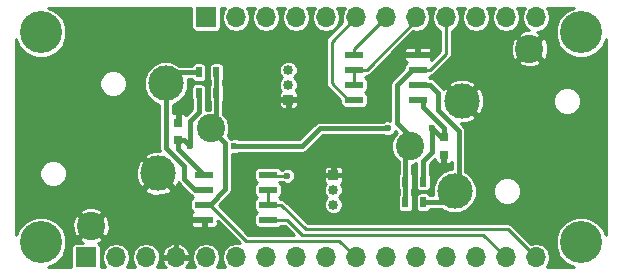
<source format=gbr>
G04 #@! TF.FileFunction,Copper,L2,Bot,Signal*
%FSLAX46Y46*%
G04 Gerber Fmt 4.6, Leading zero omitted, Abs format (unit mm)*
G04 Created by KiCad (PCBNEW 4.0.7) date Wed Jun 13 11:36:42 2018*
%MOMM*%
%LPD*%
G01*
G04 APERTURE LIST*
%ADD10C,0.100000*%
%ADD11R,0.750000X0.800000*%
%ADD12R,1.700000X1.700000*%
%ADD13O,1.700000X1.700000*%
%ADD14R,0.850000X0.850000*%
%ADD15C,0.850000*%
%ADD16C,3.556000*%
%ADD17R,0.500000X0.900000*%
%ADD18R,1.550000X0.600000*%
%ADD19C,3.000000*%
%ADD20C,2.400000*%
%ADD21C,0.600000*%
%ADD22C,0.400000*%
%ADD23C,0.250000*%
G04 APERTURE END LIST*
D10*
D11*
X14150000Y12680000D03*
X14150000Y11180000D03*
X36650000Y9930000D03*
X36650000Y11430000D03*
D12*
X6350000Y1270000D03*
D13*
X8890000Y1270000D03*
X11430000Y1270000D03*
X13970000Y1270000D03*
X16510000Y1270000D03*
X19050000Y1270000D03*
X21590000Y1270000D03*
X24130000Y1270000D03*
X26670000Y1270000D03*
X29210000Y1270000D03*
X31750000Y1270000D03*
X34290000Y1270000D03*
X36830000Y1270000D03*
X39370000Y1270000D03*
X41910000Y1270000D03*
X44450000Y1270000D03*
D12*
X16510000Y21590000D03*
D13*
X19050000Y21590000D03*
X21590000Y21590000D03*
X24130000Y21590000D03*
X26670000Y21590000D03*
X29210000Y21590000D03*
X31750000Y21590000D03*
X34290000Y21590000D03*
X36830000Y21590000D03*
X39370000Y21590000D03*
X41910000Y21590000D03*
X44450000Y21590000D03*
D14*
X23495000Y14625000D03*
D15*
X23495000Y15875000D03*
X23495000Y17125000D03*
D14*
X27305000Y8235000D03*
D15*
X27305000Y6985000D03*
X27305000Y5735000D03*
D16*
X2540000Y20320000D03*
X48260000Y20320000D03*
X2540000Y2540000D03*
X48260000Y2540000D03*
D17*
X15900000Y15180000D03*
X17400000Y15180000D03*
X17400000Y16930000D03*
X15900000Y16930000D03*
X34900000Y7680000D03*
X33400000Y7680000D03*
X33400000Y5930000D03*
X34900000Y5930000D03*
D18*
X21750000Y8255000D03*
X21750000Y6985000D03*
X21750000Y5715000D03*
X21750000Y4445000D03*
X16350000Y4445000D03*
X16350000Y5715000D03*
X16350000Y6985000D03*
X16350000Y8255000D03*
X29050000Y14605000D03*
X29050000Y15875000D03*
X29050000Y17145000D03*
X29050000Y18415000D03*
X34450000Y18415000D03*
X34450000Y17145000D03*
X34450000Y15875000D03*
X34450000Y14605000D03*
D19*
X38200000Y14490000D03*
X37565000Y6870000D03*
D20*
X33755000Y10680000D03*
X43900000Y18930000D03*
D19*
X12475000Y8370000D03*
X13110000Y15990000D03*
D20*
X16920000Y12180000D03*
X6775000Y3930000D03*
D21*
X36650000Y8930000D03*
X14150000Y13680000D03*
X14650000Y4430000D03*
X35900000Y18930000D03*
X31900000Y12180000D03*
X18900000Y10680000D03*
X15150000Y10680000D03*
X35650000Y12180000D03*
X23400000Y8180000D03*
D22*
X36650000Y9930000D02*
X36650000Y8930000D01*
X14150000Y12680000D02*
X14150000Y13680000D01*
D23*
X16350000Y4445000D02*
X14665000Y4445000D01*
X14665000Y4445000D02*
X14650000Y4430000D01*
X34450000Y18415000D02*
X35385000Y18415000D01*
X35385000Y18415000D02*
X35900000Y18930000D01*
D22*
X34900000Y9430000D02*
X34900000Y7680000D01*
X36650000Y11430000D02*
X36400000Y11430000D01*
X36400000Y11430000D02*
X35650000Y12180000D01*
X36650000Y12230000D02*
X34925000Y13955000D01*
X34925000Y13955000D02*
X34925000Y14605000D01*
X36650000Y11430000D02*
X36650000Y12230000D01*
X15150000Y10680000D02*
X15150000Y12830000D01*
X15150000Y12830000D02*
X15900000Y13580000D01*
X15900000Y13580000D02*
X15900000Y15180000D01*
X14150000Y11180000D02*
X14650000Y11180000D01*
X14650000Y11180000D02*
X15150000Y10680000D01*
X14150000Y11180000D02*
X14150000Y10455000D01*
X14150000Y10455000D02*
X16350000Y8255000D01*
X31650000Y12180000D02*
X31900000Y12180000D01*
X26150000Y12180000D02*
X31650000Y12180000D01*
X24650000Y10680000D02*
X26150000Y12180000D01*
X18900000Y10680000D02*
X24650000Y10680000D01*
X35650000Y10180000D02*
X34900000Y9430000D01*
X35650000Y12180000D02*
X35650000Y10180000D01*
D23*
X34450000Y14605000D02*
X34925000Y14605000D01*
D22*
X17400000Y16930000D02*
X17400000Y15180000D01*
X17400000Y15180000D02*
X17400000Y12660000D01*
X17400000Y12660000D02*
X16920000Y12180000D01*
X16825000Y5715000D02*
X18119999Y7009999D01*
X18119999Y7009999D02*
X18119999Y10980001D01*
X18119999Y10980001D02*
X16920000Y12180000D01*
D23*
X19860000Y2680000D02*
X16825000Y5715000D01*
X29210000Y1270000D02*
X27800000Y2680000D01*
X27800000Y2680000D02*
X19860000Y2680000D01*
D22*
X16350000Y5715000D02*
X16825000Y5715000D01*
D23*
X23400000Y8180000D02*
X21825000Y8180000D01*
X21825000Y8180000D02*
X21750000Y8255000D01*
X41910000Y1270000D02*
X40000000Y3180000D01*
X40000000Y3180000D02*
X24650000Y3180000D01*
X24650000Y3180000D02*
X23385000Y4445000D01*
X23385000Y4445000D02*
X21750000Y4445000D01*
X44450000Y1270000D02*
X42089989Y3630011D01*
X42089989Y3630011D02*
X24949989Y3630011D01*
X24949989Y3630011D02*
X22865000Y5715000D01*
X22865000Y5715000D02*
X22775000Y5715000D01*
X22775000Y5715000D02*
X21750000Y5715000D01*
X21750000Y6985000D02*
X21750000Y5715000D01*
X29210000Y21590000D02*
X27150000Y19530000D01*
X27150000Y19530000D02*
X27150000Y16030000D01*
X27150000Y16030000D02*
X28575000Y14605000D01*
X28575000Y14605000D02*
X29050000Y14605000D01*
X31750000Y21590000D02*
X29050000Y18890000D01*
X29050000Y18890000D02*
X29050000Y18415000D01*
X29050000Y15875000D02*
X29050000Y17145000D01*
X34290000Y21590000D02*
X34290000Y21320000D01*
X34290000Y21320000D02*
X30115000Y17145000D01*
X30115000Y17145000D02*
X29050000Y17145000D01*
D22*
X33400000Y7680000D02*
X33400000Y10325000D01*
X33400000Y10325000D02*
X33755000Y10680000D01*
X33400000Y5930000D02*
X33400000Y7680000D01*
X33400000Y10950000D02*
X33880000Y11430000D01*
D23*
X34450000Y17145000D02*
X35475000Y17145000D01*
X35475000Y17145000D02*
X36830000Y18500000D01*
X36830000Y18500000D02*
X36830000Y20387919D01*
X36830000Y20387919D02*
X36830000Y21590000D01*
D22*
X34450000Y17145000D02*
X33975000Y17145000D01*
X33975000Y17145000D02*
X32680001Y15850001D01*
X32680001Y15850001D02*
X32680001Y12629999D01*
X32680001Y12629999D02*
X33880000Y11430000D01*
X15900000Y16930000D02*
X14050000Y16930000D01*
X14050000Y16930000D02*
X13110000Y15990000D01*
X16350000Y6985000D02*
X15595000Y6985000D01*
X15595000Y6985000D02*
X14650000Y7930000D01*
X14650000Y7930000D02*
X14650000Y9007002D01*
X14650000Y9007002D02*
X13110000Y10547002D01*
X13110000Y10547002D02*
X13110000Y15990000D01*
X13300000Y16180000D02*
X13110000Y15990000D01*
X34450000Y15875000D02*
X35455000Y15875000D01*
X35455000Y15875000D02*
X36150000Y15180000D01*
X37900000Y7205000D02*
X37565000Y6870000D01*
X36150000Y15180000D02*
X36150000Y13727998D01*
X36150000Y13727998D02*
X37900000Y11977998D01*
X37900000Y11977998D02*
X37900000Y7205000D01*
X34900000Y5930000D02*
X36625000Y5930000D01*
X36625000Y5930000D02*
X37565000Y6870000D01*
D23*
G36*
X15277654Y20740000D02*
X15303802Y20601034D01*
X15385931Y20473401D01*
X15511246Y20387777D01*
X15660000Y20357654D01*
X17360000Y20357654D01*
X17498966Y20383802D01*
X17626599Y20465931D01*
X17712223Y20591246D01*
X17742346Y20740000D01*
X17742346Y22410000D01*
X18136885Y22410000D01*
X17918248Y22082786D01*
X17825000Y21613999D01*
X17825000Y21566001D01*
X17918248Y21097214D01*
X18183794Y20699795D01*
X18581213Y20434249D01*
X19050000Y20341001D01*
X19518787Y20434249D01*
X19916206Y20699795D01*
X20181752Y21097214D01*
X20275000Y21566001D01*
X20275000Y21613999D01*
X20181752Y22082786D01*
X19963115Y22410000D01*
X20676885Y22410000D01*
X20458248Y22082786D01*
X20365000Y21613999D01*
X20365000Y21566001D01*
X20458248Y21097214D01*
X20723794Y20699795D01*
X21121213Y20434249D01*
X21590000Y20341001D01*
X22058787Y20434249D01*
X22456206Y20699795D01*
X22721752Y21097214D01*
X22815000Y21566001D01*
X22815000Y21613999D01*
X22721752Y22082786D01*
X22503115Y22410000D01*
X23216885Y22410000D01*
X22998248Y22082786D01*
X22905000Y21613999D01*
X22905000Y21566001D01*
X22998248Y21097214D01*
X23263794Y20699795D01*
X23661213Y20434249D01*
X24130000Y20341001D01*
X24598787Y20434249D01*
X24996206Y20699795D01*
X25261752Y21097214D01*
X25355000Y21566001D01*
X25355000Y21613999D01*
X25261752Y22082786D01*
X25043115Y22410000D01*
X25756885Y22410000D01*
X25538248Y22082786D01*
X25445000Y21613999D01*
X25445000Y21566001D01*
X25538248Y21097214D01*
X25803794Y20699795D01*
X26201213Y20434249D01*
X26670000Y20341001D01*
X27138787Y20434249D01*
X27536206Y20699795D01*
X27801752Y21097214D01*
X27895000Y21566001D01*
X27895000Y21613999D01*
X27801752Y22082786D01*
X27583115Y22410000D01*
X28296885Y22410000D01*
X28078248Y22082786D01*
X27985000Y21613999D01*
X27985000Y21566001D01*
X28066943Y21154049D01*
X26796447Y19883553D01*
X26688060Y19721342D01*
X26650000Y19530000D01*
X26650000Y16030000D01*
X26675049Y15904069D01*
X26688060Y15838658D01*
X26796447Y15676447D01*
X27892654Y14580239D01*
X27892654Y14305000D01*
X27918802Y14166034D01*
X28000931Y14038401D01*
X28126246Y13952777D01*
X28275000Y13922654D01*
X29825000Y13922654D01*
X29963966Y13948802D01*
X30091599Y14030931D01*
X30177223Y14156246D01*
X30207346Y14305000D01*
X30207346Y14905000D01*
X30181198Y15043966D01*
X30099069Y15171599D01*
X29997966Y15240680D01*
X30091599Y15300931D01*
X30177223Y15426246D01*
X30207346Y15575000D01*
X30207346Y16175000D01*
X30181198Y16313966D01*
X30099069Y16441599D01*
X29997966Y16510680D01*
X30091599Y16570931D01*
X30146488Y16651263D01*
X30306342Y16683060D01*
X30468553Y16791447D01*
X32466698Y18789592D01*
X33300000Y18789592D01*
X33300000Y18633750D01*
X33393750Y18540000D01*
X34325000Y18540000D01*
X34325000Y18996250D01*
X34575000Y18996250D01*
X34575000Y18540000D01*
X35506250Y18540000D01*
X35600000Y18633750D01*
X35600000Y18789592D01*
X35542910Y18927421D01*
X35437420Y19032910D01*
X35299592Y19090000D01*
X34668750Y19090000D01*
X34575000Y18996250D01*
X34325000Y18996250D01*
X34231250Y19090000D01*
X33600408Y19090000D01*
X33462580Y19032910D01*
X33357090Y18927421D01*
X33300000Y18789592D01*
X32466698Y18789592D01*
X34063218Y20386111D01*
X34290000Y20341001D01*
X34758787Y20434249D01*
X35156206Y20699795D01*
X35421752Y21097214D01*
X35515000Y21566001D01*
X35515000Y21613999D01*
X35421752Y22082786D01*
X35203115Y22410000D01*
X35916885Y22410000D01*
X35698248Y22082786D01*
X35605000Y21613999D01*
X35605000Y21566001D01*
X35698248Y21097214D01*
X35963794Y20699795D01*
X36330000Y20455105D01*
X36330000Y18707107D01*
X35555240Y17932346D01*
X35600000Y18040408D01*
X35600000Y18196250D01*
X35506250Y18290000D01*
X34575000Y18290000D01*
X34575000Y18270000D01*
X34325000Y18270000D01*
X34325000Y18290000D01*
X33393750Y18290000D01*
X33300000Y18196250D01*
X33300000Y18040408D01*
X33357090Y17902579D01*
X33462580Y17797090D01*
X33503384Y17780188D01*
X33408401Y17719069D01*
X33322777Y17593754D01*
X33292654Y17445000D01*
X33292654Y17275827D01*
X32273415Y16256587D01*
X32148770Y16070044D01*
X32105001Y15850001D01*
X32105001Y12825756D01*
X32034855Y12854883D01*
X31766323Y12855117D01*
X31524022Y12755000D01*
X26150000Y12755000D01*
X25929957Y12711231D01*
X25743413Y12586586D01*
X24411828Y11255000D01*
X19275398Y11255000D01*
X19034855Y11354883D01*
X18766323Y11355117D01*
X18594932Y11284300D01*
X18526585Y11386587D01*
X18363606Y11549566D01*
X18494726Y11865339D01*
X18495273Y12491912D01*
X18255999Y13071000D01*
X17975000Y13352490D01*
X17975000Y14406250D01*
X22695000Y14406250D01*
X22695000Y14125408D01*
X22752090Y13987580D01*
X22857579Y13882090D01*
X22995408Y13825000D01*
X23276250Y13825000D01*
X23370000Y13918750D01*
X23370000Y14500000D01*
X23620000Y14500000D01*
X23620000Y13918750D01*
X23713750Y13825000D01*
X23994592Y13825000D01*
X24132421Y13882090D01*
X24237910Y13987580D01*
X24295000Y14125408D01*
X24295000Y14406250D01*
X24201250Y14500000D01*
X23620000Y14500000D01*
X23370000Y14500000D01*
X22788750Y14500000D01*
X22695000Y14406250D01*
X17975000Y14406250D01*
X17975000Y14541404D01*
X18002223Y14581246D01*
X18032346Y14730000D01*
X18032346Y15630000D01*
X18006198Y15768966D01*
X17975000Y15817449D01*
X17975000Y16291404D01*
X18002223Y16331246D01*
X18032346Y16480000D01*
X18032346Y16966568D01*
X22694861Y16966568D01*
X22816397Y16672428D01*
X22988628Y16499897D01*
X22817188Y16328755D01*
X22695139Y16034828D01*
X22694861Y15716568D01*
X22816397Y15422428D01*
X22866947Y15371790D01*
X22857579Y15367910D01*
X22752090Y15262420D01*
X22695000Y15124592D01*
X22695000Y14843750D01*
X22788750Y14750000D01*
X23370000Y14750000D01*
X23370000Y14770000D01*
X23620000Y14770000D01*
X23620000Y14750000D01*
X24201250Y14750000D01*
X24295000Y14843750D01*
X24295000Y15124592D01*
X24237910Y15262420D01*
X24132421Y15367910D01*
X24123207Y15371726D01*
X24172812Y15421245D01*
X24294861Y15715172D01*
X24295139Y16033432D01*
X24173603Y16327572D01*
X24001372Y16500103D01*
X24172812Y16671245D01*
X24294861Y16965172D01*
X24295139Y17283432D01*
X24173603Y17577572D01*
X23948755Y17802812D01*
X23654828Y17924861D01*
X23336568Y17925139D01*
X23042428Y17803603D01*
X22817188Y17578755D01*
X22695139Y17284828D01*
X22694861Y16966568D01*
X18032346Y16966568D01*
X18032346Y17380000D01*
X18006198Y17518966D01*
X17924069Y17646599D01*
X17798754Y17732223D01*
X17650000Y17762346D01*
X17150000Y17762346D01*
X17011034Y17736198D01*
X16883401Y17654069D01*
X16797777Y17528754D01*
X16767654Y17380000D01*
X16767654Y16480000D01*
X16793802Y16341034D01*
X16825000Y16292551D01*
X16825000Y15818596D01*
X16797777Y15778754D01*
X16767654Y15630000D01*
X16767654Y14730000D01*
X16793802Y14591034D01*
X16825000Y14542551D01*
X16825000Y13755084D01*
X16608088Y13755273D01*
X16475000Y13700282D01*
X16475000Y14541404D01*
X16502223Y14581246D01*
X16532346Y14730000D01*
X16532346Y15630000D01*
X16506198Y15768966D01*
X16424069Y15896599D01*
X16298754Y15982223D01*
X16150000Y16012346D01*
X15650000Y16012346D01*
X15511034Y15986198D01*
X15383401Y15904069D01*
X15297777Y15778754D01*
X15267654Y15630000D01*
X15267654Y14730000D01*
X15293802Y14591034D01*
X15325000Y14542551D01*
X15325000Y13818173D01*
X14821079Y13314251D01*
X14737421Y13397910D01*
X14599592Y13455000D01*
X14368750Y13455000D01*
X14275000Y13361250D01*
X14275000Y12805000D01*
X14295000Y12805000D01*
X14295000Y12555000D01*
X14275000Y12555000D01*
X14275000Y12535000D01*
X14025000Y12535000D01*
X14025000Y12555000D01*
X14005000Y12555000D01*
X14005000Y12805000D01*
X14025000Y12805000D01*
X14025000Y13361250D01*
X13931250Y13455000D01*
X13700408Y13455000D01*
X13685000Y13448618D01*
X13685000Y14198833D01*
X14170714Y14399526D01*
X14698620Y14926511D01*
X14984673Y15615403D01*
X14985318Y16355000D01*
X15291174Y16355000D01*
X15293802Y16341034D01*
X15375931Y16213401D01*
X15501246Y16127777D01*
X15650000Y16097654D01*
X16150000Y16097654D01*
X16288966Y16123802D01*
X16416599Y16205931D01*
X16502223Y16331246D01*
X16532346Y16480000D01*
X16532346Y17380000D01*
X16506198Y17518966D01*
X16424069Y17646599D01*
X16298754Y17732223D01*
X16150000Y17762346D01*
X15650000Y17762346D01*
X15511034Y17736198D01*
X15383401Y17654069D01*
X15297777Y17528754D01*
X15292967Y17505000D01*
X14246981Y17505000D01*
X14173489Y17578620D01*
X13484597Y17864673D01*
X12738676Y17865324D01*
X12049286Y17580474D01*
X11521380Y17053489D01*
X11235327Y16364597D01*
X11234676Y15618676D01*
X11519526Y14929286D01*
X12046511Y14401380D01*
X12535000Y14198542D01*
X12535000Y10547002D01*
X12559506Y10423802D01*
X12578769Y10326959D01*
X12630387Y10249707D01*
X12053118Y10234600D01*
X11454844Y9986788D01*
X11280922Y9740854D01*
X12475000Y8546777D01*
X12489142Y8560919D01*
X12665919Y8384142D01*
X12651777Y8370000D01*
X13845854Y7175922D01*
X14091788Y7349844D01*
X14189432Y7604203D01*
X14243414Y7523414D01*
X15188414Y6578413D01*
X15216203Y6559845D01*
X15218802Y6546034D01*
X15300931Y6418401D01*
X15402034Y6349320D01*
X15308401Y6289069D01*
X15222777Y6163754D01*
X15192654Y6015000D01*
X15192654Y5415000D01*
X15218802Y5276034D01*
X15300931Y5148401D01*
X15402096Y5079278D01*
X15362580Y5062910D01*
X15257090Y4957421D01*
X15200000Y4819592D01*
X15200000Y4663750D01*
X15293750Y4570000D01*
X16225000Y4570000D01*
X16225000Y4590000D01*
X16475000Y4590000D01*
X16475000Y4570000D01*
X16495000Y4570000D01*
X16495000Y4320000D01*
X16475000Y4320000D01*
X16475000Y3863750D01*
X16568750Y3770000D01*
X17199592Y3770000D01*
X17337420Y3827090D01*
X17442910Y3932579D01*
X17500000Y4070408D01*
X17500000Y4226250D01*
X17406252Y4319998D01*
X17500000Y4319998D01*
X17500000Y4332894D01*
X19379420Y2453473D01*
X19050000Y2518999D01*
X18581213Y2425751D01*
X18183794Y2160205D01*
X17918248Y1762786D01*
X17825000Y1293999D01*
X17825000Y1246001D01*
X17918248Y777214D01*
X18136885Y450000D01*
X17423115Y450000D01*
X17641752Y777214D01*
X17735000Y1246001D01*
X17735000Y1293999D01*
X17641752Y1762786D01*
X17376206Y2160205D01*
X16978787Y2425751D01*
X16510000Y2518999D01*
X16041213Y2425751D01*
X15643794Y2160205D01*
X15378248Y1762786D01*
X15285000Y1293999D01*
X15285000Y1246001D01*
X15378248Y777214D01*
X15596885Y450000D01*
X14856716Y450000D01*
X14943729Y526694D01*
X15154059Y955905D01*
X15094867Y1145000D01*
X14095000Y1145000D01*
X14095000Y1125000D01*
X13845000Y1125000D01*
X13845000Y1145000D01*
X12845133Y1145000D01*
X12785941Y955905D01*
X12996271Y526694D01*
X13083284Y450000D01*
X12343115Y450000D01*
X12561752Y777214D01*
X12655000Y1246001D01*
X12655000Y1293999D01*
X12597297Y1584095D01*
X12785941Y1584095D01*
X12845133Y1395000D01*
X13845000Y1395000D01*
X13845000Y2394323D01*
X14095000Y2394323D01*
X14095000Y1395000D01*
X15094867Y1395000D01*
X15154059Y1584095D01*
X14943729Y2013306D01*
X14585157Y2329355D01*
X14284093Y2454049D01*
X14095000Y2394323D01*
X13845000Y2394323D01*
X13655907Y2454049D01*
X13354843Y2329355D01*
X12996271Y2013306D01*
X12785941Y1584095D01*
X12597297Y1584095D01*
X12561752Y1762786D01*
X12296206Y2160205D01*
X11898787Y2425751D01*
X11430000Y2518999D01*
X10961213Y2425751D01*
X10563794Y2160205D01*
X10298248Y1762786D01*
X10205000Y1293999D01*
X10205000Y1246001D01*
X10298248Y777214D01*
X10516885Y450000D01*
X9803115Y450000D01*
X10021752Y777214D01*
X10115000Y1246001D01*
X10115000Y1293999D01*
X10021752Y1762786D01*
X9756206Y2160205D01*
X9358787Y2425751D01*
X8890000Y2518999D01*
X8421213Y2425751D01*
X8023794Y2160205D01*
X7758248Y1762786D01*
X7665000Y1293999D01*
X7665000Y1246001D01*
X7758248Y777214D01*
X7976885Y450000D01*
X7582346Y450000D01*
X7582346Y2120000D01*
X7556198Y2258966D01*
X7474069Y2386599D01*
X7368038Y2459047D01*
X7614908Y2561304D01*
X7752173Y2776051D01*
X6775000Y3753223D01*
X5797827Y2776051D01*
X5935092Y2561304D01*
X6094600Y2502346D01*
X5500000Y2502346D01*
X5361034Y2476198D01*
X5233401Y2394069D01*
X5147777Y2268754D01*
X5117654Y2120000D01*
X5117654Y450000D01*
X3119753Y450000D01*
X3757983Y713711D01*
X4364160Y1318831D01*
X4692626Y2109863D01*
X4693373Y2966379D01*
X4366289Y3757983D01*
X3942816Y4182196D01*
X5189071Y4182196D01*
X5213280Y3556090D01*
X5406304Y3090092D01*
X5621051Y2952827D01*
X6598223Y3930000D01*
X6951777Y3930000D01*
X7928949Y2952827D01*
X8143696Y3090092D01*
X8360929Y3677804D01*
X8339723Y4226250D01*
X15200000Y4226250D01*
X15200000Y4070408D01*
X15257090Y3932579D01*
X15362580Y3827090D01*
X15500408Y3770000D01*
X16131250Y3770000D01*
X16225000Y3863750D01*
X16225000Y4320000D01*
X15293750Y4320000D01*
X15200000Y4226250D01*
X8339723Y4226250D01*
X8336720Y4303910D01*
X8143696Y4769908D01*
X7928949Y4907173D01*
X6951777Y3930000D01*
X6598223Y3930000D01*
X5621051Y4907173D01*
X5406304Y4769908D01*
X5189071Y4182196D01*
X3942816Y4182196D01*
X3761169Y4364160D01*
X2970137Y4692626D01*
X2113621Y4693373D01*
X1322017Y4366289D01*
X715840Y3761169D01*
X450000Y3120957D01*
X450000Y5083949D01*
X5797827Y5083949D01*
X6775000Y4106777D01*
X7752173Y5083949D01*
X7614908Y5298696D01*
X7027196Y5515929D01*
X6401090Y5491720D01*
X5935092Y5298696D01*
X5797827Y5083949D01*
X450000Y5083949D01*
X450000Y6999146D01*
X11280922Y6999146D01*
X11454844Y6753212D01*
X12151217Y6485886D01*
X12896882Y6505400D01*
X13495156Y6753212D01*
X13669078Y6999146D01*
X12475000Y8193223D01*
X11280922Y6999146D01*
X450000Y6999146D01*
X450000Y8137303D01*
X2409796Y8137303D01*
X2588302Y7705285D01*
X2918547Y7374464D01*
X3350253Y7195204D01*
X3817697Y7194796D01*
X4249715Y7373302D01*
X4580536Y7703547D01*
X4759796Y8135253D01*
X4760204Y8602697D01*
X4722569Y8693783D01*
X10590886Y8693783D01*
X10610400Y7948118D01*
X10858212Y7349844D01*
X11104146Y7175922D01*
X12298223Y8370000D01*
X11104146Y9564078D01*
X10858212Y9390156D01*
X10590886Y8693783D01*
X4722569Y8693783D01*
X4581698Y9034715D01*
X4251453Y9365536D01*
X3819747Y9544796D01*
X3352303Y9545204D01*
X2920285Y9366698D01*
X2589464Y9036453D01*
X2410204Y8604747D01*
X2409796Y8137303D01*
X450000Y8137303D01*
X450000Y15757303D01*
X7489796Y15757303D01*
X7668302Y15325285D01*
X7998547Y14994464D01*
X8430253Y14815204D01*
X8897697Y14814796D01*
X9329715Y14993302D01*
X9660536Y15323547D01*
X9839796Y15755253D01*
X9840204Y16222697D01*
X9661698Y16654715D01*
X9331453Y16985536D01*
X8899747Y17164796D01*
X8432303Y17165204D01*
X8000285Y16986698D01*
X7669464Y16656453D01*
X7490204Y16224747D01*
X7489796Y15757303D01*
X450000Y15757303D01*
X450000Y19740247D01*
X713711Y19102017D01*
X1318831Y18495840D01*
X2109863Y18167374D01*
X2966379Y18166627D01*
X3757983Y18493711D01*
X4364160Y19098831D01*
X4692626Y19889863D01*
X4693373Y20746379D01*
X4366289Y21537983D01*
X3761169Y22144160D01*
X3120957Y22410000D01*
X15277654Y22410000D01*
X15277654Y20740000D01*
X15277654Y20740000D01*
G37*
X15277654Y20740000D02*
X15303802Y20601034D01*
X15385931Y20473401D01*
X15511246Y20387777D01*
X15660000Y20357654D01*
X17360000Y20357654D01*
X17498966Y20383802D01*
X17626599Y20465931D01*
X17712223Y20591246D01*
X17742346Y20740000D01*
X17742346Y22410000D01*
X18136885Y22410000D01*
X17918248Y22082786D01*
X17825000Y21613999D01*
X17825000Y21566001D01*
X17918248Y21097214D01*
X18183794Y20699795D01*
X18581213Y20434249D01*
X19050000Y20341001D01*
X19518787Y20434249D01*
X19916206Y20699795D01*
X20181752Y21097214D01*
X20275000Y21566001D01*
X20275000Y21613999D01*
X20181752Y22082786D01*
X19963115Y22410000D01*
X20676885Y22410000D01*
X20458248Y22082786D01*
X20365000Y21613999D01*
X20365000Y21566001D01*
X20458248Y21097214D01*
X20723794Y20699795D01*
X21121213Y20434249D01*
X21590000Y20341001D01*
X22058787Y20434249D01*
X22456206Y20699795D01*
X22721752Y21097214D01*
X22815000Y21566001D01*
X22815000Y21613999D01*
X22721752Y22082786D01*
X22503115Y22410000D01*
X23216885Y22410000D01*
X22998248Y22082786D01*
X22905000Y21613999D01*
X22905000Y21566001D01*
X22998248Y21097214D01*
X23263794Y20699795D01*
X23661213Y20434249D01*
X24130000Y20341001D01*
X24598787Y20434249D01*
X24996206Y20699795D01*
X25261752Y21097214D01*
X25355000Y21566001D01*
X25355000Y21613999D01*
X25261752Y22082786D01*
X25043115Y22410000D01*
X25756885Y22410000D01*
X25538248Y22082786D01*
X25445000Y21613999D01*
X25445000Y21566001D01*
X25538248Y21097214D01*
X25803794Y20699795D01*
X26201213Y20434249D01*
X26670000Y20341001D01*
X27138787Y20434249D01*
X27536206Y20699795D01*
X27801752Y21097214D01*
X27895000Y21566001D01*
X27895000Y21613999D01*
X27801752Y22082786D01*
X27583115Y22410000D01*
X28296885Y22410000D01*
X28078248Y22082786D01*
X27985000Y21613999D01*
X27985000Y21566001D01*
X28066943Y21154049D01*
X26796447Y19883553D01*
X26688060Y19721342D01*
X26650000Y19530000D01*
X26650000Y16030000D01*
X26675049Y15904069D01*
X26688060Y15838658D01*
X26796447Y15676447D01*
X27892654Y14580239D01*
X27892654Y14305000D01*
X27918802Y14166034D01*
X28000931Y14038401D01*
X28126246Y13952777D01*
X28275000Y13922654D01*
X29825000Y13922654D01*
X29963966Y13948802D01*
X30091599Y14030931D01*
X30177223Y14156246D01*
X30207346Y14305000D01*
X30207346Y14905000D01*
X30181198Y15043966D01*
X30099069Y15171599D01*
X29997966Y15240680D01*
X30091599Y15300931D01*
X30177223Y15426246D01*
X30207346Y15575000D01*
X30207346Y16175000D01*
X30181198Y16313966D01*
X30099069Y16441599D01*
X29997966Y16510680D01*
X30091599Y16570931D01*
X30146488Y16651263D01*
X30306342Y16683060D01*
X30468553Y16791447D01*
X32466698Y18789592D01*
X33300000Y18789592D01*
X33300000Y18633750D01*
X33393750Y18540000D01*
X34325000Y18540000D01*
X34325000Y18996250D01*
X34575000Y18996250D01*
X34575000Y18540000D01*
X35506250Y18540000D01*
X35600000Y18633750D01*
X35600000Y18789592D01*
X35542910Y18927421D01*
X35437420Y19032910D01*
X35299592Y19090000D01*
X34668750Y19090000D01*
X34575000Y18996250D01*
X34325000Y18996250D01*
X34231250Y19090000D01*
X33600408Y19090000D01*
X33462580Y19032910D01*
X33357090Y18927421D01*
X33300000Y18789592D01*
X32466698Y18789592D01*
X34063218Y20386111D01*
X34290000Y20341001D01*
X34758787Y20434249D01*
X35156206Y20699795D01*
X35421752Y21097214D01*
X35515000Y21566001D01*
X35515000Y21613999D01*
X35421752Y22082786D01*
X35203115Y22410000D01*
X35916885Y22410000D01*
X35698248Y22082786D01*
X35605000Y21613999D01*
X35605000Y21566001D01*
X35698248Y21097214D01*
X35963794Y20699795D01*
X36330000Y20455105D01*
X36330000Y18707107D01*
X35555240Y17932346D01*
X35600000Y18040408D01*
X35600000Y18196250D01*
X35506250Y18290000D01*
X34575000Y18290000D01*
X34575000Y18270000D01*
X34325000Y18270000D01*
X34325000Y18290000D01*
X33393750Y18290000D01*
X33300000Y18196250D01*
X33300000Y18040408D01*
X33357090Y17902579D01*
X33462580Y17797090D01*
X33503384Y17780188D01*
X33408401Y17719069D01*
X33322777Y17593754D01*
X33292654Y17445000D01*
X33292654Y17275827D01*
X32273415Y16256587D01*
X32148770Y16070044D01*
X32105001Y15850001D01*
X32105001Y12825756D01*
X32034855Y12854883D01*
X31766323Y12855117D01*
X31524022Y12755000D01*
X26150000Y12755000D01*
X25929957Y12711231D01*
X25743413Y12586586D01*
X24411828Y11255000D01*
X19275398Y11255000D01*
X19034855Y11354883D01*
X18766323Y11355117D01*
X18594932Y11284300D01*
X18526585Y11386587D01*
X18363606Y11549566D01*
X18494726Y11865339D01*
X18495273Y12491912D01*
X18255999Y13071000D01*
X17975000Y13352490D01*
X17975000Y14406250D01*
X22695000Y14406250D01*
X22695000Y14125408D01*
X22752090Y13987580D01*
X22857579Y13882090D01*
X22995408Y13825000D01*
X23276250Y13825000D01*
X23370000Y13918750D01*
X23370000Y14500000D01*
X23620000Y14500000D01*
X23620000Y13918750D01*
X23713750Y13825000D01*
X23994592Y13825000D01*
X24132421Y13882090D01*
X24237910Y13987580D01*
X24295000Y14125408D01*
X24295000Y14406250D01*
X24201250Y14500000D01*
X23620000Y14500000D01*
X23370000Y14500000D01*
X22788750Y14500000D01*
X22695000Y14406250D01*
X17975000Y14406250D01*
X17975000Y14541404D01*
X18002223Y14581246D01*
X18032346Y14730000D01*
X18032346Y15630000D01*
X18006198Y15768966D01*
X17975000Y15817449D01*
X17975000Y16291404D01*
X18002223Y16331246D01*
X18032346Y16480000D01*
X18032346Y16966568D01*
X22694861Y16966568D01*
X22816397Y16672428D01*
X22988628Y16499897D01*
X22817188Y16328755D01*
X22695139Y16034828D01*
X22694861Y15716568D01*
X22816397Y15422428D01*
X22866947Y15371790D01*
X22857579Y15367910D01*
X22752090Y15262420D01*
X22695000Y15124592D01*
X22695000Y14843750D01*
X22788750Y14750000D01*
X23370000Y14750000D01*
X23370000Y14770000D01*
X23620000Y14770000D01*
X23620000Y14750000D01*
X24201250Y14750000D01*
X24295000Y14843750D01*
X24295000Y15124592D01*
X24237910Y15262420D01*
X24132421Y15367910D01*
X24123207Y15371726D01*
X24172812Y15421245D01*
X24294861Y15715172D01*
X24295139Y16033432D01*
X24173603Y16327572D01*
X24001372Y16500103D01*
X24172812Y16671245D01*
X24294861Y16965172D01*
X24295139Y17283432D01*
X24173603Y17577572D01*
X23948755Y17802812D01*
X23654828Y17924861D01*
X23336568Y17925139D01*
X23042428Y17803603D01*
X22817188Y17578755D01*
X22695139Y17284828D01*
X22694861Y16966568D01*
X18032346Y16966568D01*
X18032346Y17380000D01*
X18006198Y17518966D01*
X17924069Y17646599D01*
X17798754Y17732223D01*
X17650000Y17762346D01*
X17150000Y17762346D01*
X17011034Y17736198D01*
X16883401Y17654069D01*
X16797777Y17528754D01*
X16767654Y17380000D01*
X16767654Y16480000D01*
X16793802Y16341034D01*
X16825000Y16292551D01*
X16825000Y15818596D01*
X16797777Y15778754D01*
X16767654Y15630000D01*
X16767654Y14730000D01*
X16793802Y14591034D01*
X16825000Y14542551D01*
X16825000Y13755084D01*
X16608088Y13755273D01*
X16475000Y13700282D01*
X16475000Y14541404D01*
X16502223Y14581246D01*
X16532346Y14730000D01*
X16532346Y15630000D01*
X16506198Y15768966D01*
X16424069Y15896599D01*
X16298754Y15982223D01*
X16150000Y16012346D01*
X15650000Y16012346D01*
X15511034Y15986198D01*
X15383401Y15904069D01*
X15297777Y15778754D01*
X15267654Y15630000D01*
X15267654Y14730000D01*
X15293802Y14591034D01*
X15325000Y14542551D01*
X15325000Y13818173D01*
X14821079Y13314251D01*
X14737421Y13397910D01*
X14599592Y13455000D01*
X14368750Y13455000D01*
X14275000Y13361250D01*
X14275000Y12805000D01*
X14295000Y12805000D01*
X14295000Y12555000D01*
X14275000Y12555000D01*
X14275000Y12535000D01*
X14025000Y12535000D01*
X14025000Y12555000D01*
X14005000Y12555000D01*
X14005000Y12805000D01*
X14025000Y12805000D01*
X14025000Y13361250D01*
X13931250Y13455000D01*
X13700408Y13455000D01*
X13685000Y13448618D01*
X13685000Y14198833D01*
X14170714Y14399526D01*
X14698620Y14926511D01*
X14984673Y15615403D01*
X14985318Y16355000D01*
X15291174Y16355000D01*
X15293802Y16341034D01*
X15375931Y16213401D01*
X15501246Y16127777D01*
X15650000Y16097654D01*
X16150000Y16097654D01*
X16288966Y16123802D01*
X16416599Y16205931D01*
X16502223Y16331246D01*
X16532346Y16480000D01*
X16532346Y17380000D01*
X16506198Y17518966D01*
X16424069Y17646599D01*
X16298754Y17732223D01*
X16150000Y17762346D01*
X15650000Y17762346D01*
X15511034Y17736198D01*
X15383401Y17654069D01*
X15297777Y17528754D01*
X15292967Y17505000D01*
X14246981Y17505000D01*
X14173489Y17578620D01*
X13484597Y17864673D01*
X12738676Y17865324D01*
X12049286Y17580474D01*
X11521380Y17053489D01*
X11235327Y16364597D01*
X11234676Y15618676D01*
X11519526Y14929286D01*
X12046511Y14401380D01*
X12535000Y14198542D01*
X12535000Y10547002D01*
X12559506Y10423802D01*
X12578769Y10326959D01*
X12630387Y10249707D01*
X12053118Y10234600D01*
X11454844Y9986788D01*
X11280922Y9740854D01*
X12475000Y8546777D01*
X12489142Y8560919D01*
X12665919Y8384142D01*
X12651777Y8370000D01*
X13845854Y7175922D01*
X14091788Y7349844D01*
X14189432Y7604203D01*
X14243414Y7523414D01*
X15188414Y6578413D01*
X15216203Y6559845D01*
X15218802Y6546034D01*
X15300931Y6418401D01*
X15402034Y6349320D01*
X15308401Y6289069D01*
X15222777Y6163754D01*
X15192654Y6015000D01*
X15192654Y5415000D01*
X15218802Y5276034D01*
X15300931Y5148401D01*
X15402096Y5079278D01*
X15362580Y5062910D01*
X15257090Y4957421D01*
X15200000Y4819592D01*
X15200000Y4663750D01*
X15293750Y4570000D01*
X16225000Y4570000D01*
X16225000Y4590000D01*
X16475000Y4590000D01*
X16475000Y4570000D01*
X16495000Y4570000D01*
X16495000Y4320000D01*
X16475000Y4320000D01*
X16475000Y3863750D01*
X16568750Y3770000D01*
X17199592Y3770000D01*
X17337420Y3827090D01*
X17442910Y3932579D01*
X17500000Y4070408D01*
X17500000Y4226250D01*
X17406252Y4319998D01*
X17500000Y4319998D01*
X17500000Y4332894D01*
X19379420Y2453473D01*
X19050000Y2518999D01*
X18581213Y2425751D01*
X18183794Y2160205D01*
X17918248Y1762786D01*
X17825000Y1293999D01*
X17825000Y1246001D01*
X17918248Y777214D01*
X18136885Y450000D01*
X17423115Y450000D01*
X17641752Y777214D01*
X17735000Y1246001D01*
X17735000Y1293999D01*
X17641752Y1762786D01*
X17376206Y2160205D01*
X16978787Y2425751D01*
X16510000Y2518999D01*
X16041213Y2425751D01*
X15643794Y2160205D01*
X15378248Y1762786D01*
X15285000Y1293999D01*
X15285000Y1246001D01*
X15378248Y777214D01*
X15596885Y450000D01*
X14856716Y450000D01*
X14943729Y526694D01*
X15154059Y955905D01*
X15094867Y1145000D01*
X14095000Y1145000D01*
X14095000Y1125000D01*
X13845000Y1125000D01*
X13845000Y1145000D01*
X12845133Y1145000D01*
X12785941Y955905D01*
X12996271Y526694D01*
X13083284Y450000D01*
X12343115Y450000D01*
X12561752Y777214D01*
X12655000Y1246001D01*
X12655000Y1293999D01*
X12597297Y1584095D01*
X12785941Y1584095D01*
X12845133Y1395000D01*
X13845000Y1395000D01*
X13845000Y2394323D01*
X14095000Y2394323D01*
X14095000Y1395000D01*
X15094867Y1395000D01*
X15154059Y1584095D01*
X14943729Y2013306D01*
X14585157Y2329355D01*
X14284093Y2454049D01*
X14095000Y2394323D01*
X13845000Y2394323D01*
X13655907Y2454049D01*
X13354843Y2329355D01*
X12996271Y2013306D01*
X12785941Y1584095D01*
X12597297Y1584095D01*
X12561752Y1762786D01*
X12296206Y2160205D01*
X11898787Y2425751D01*
X11430000Y2518999D01*
X10961213Y2425751D01*
X10563794Y2160205D01*
X10298248Y1762786D01*
X10205000Y1293999D01*
X10205000Y1246001D01*
X10298248Y777214D01*
X10516885Y450000D01*
X9803115Y450000D01*
X10021752Y777214D01*
X10115000Y1246001D01*
X10115000Y1293999D01*
X10021752Y1762786D01*
X9756206Y2160205D01*
X9358787Y2425751D01*
X8890000Y2518999D01*
X8421213Y2425751D01*
X8023794Y2160205D01*
X7758248Y1762786D01*
X7665000Y1293999D01*
X7665000Y1246001D01*
X7758248Y777214D01*
X7976885Y450000D01*
X7582346Y450000D01*
X7582346Y2120000D01*
X7556198Y2258966D01*
X7474069Y2386599D01*
X7368038Y2459047D01*
X7614908Y2561304D01*
X7752173Y2776051D01*
X6775000Y3753223D01*
X5797827Y2776051D01*
X5935092Y2561304D01*
X6094600Y2502346D01*
X5500000Y2502346D01*
X5361034Y2476198D01*
X5233401Y2394069D01*
X5147777Y2268754D01*
X5117654Y2120000D01*
X5117654Y450000D01*
X3119753Y450000D01*
X3757983Y713711D01*
X4364160Y1318831D01*
X4692626Y2109863D01*
X4693373Y2966379D01*
X4366289Y3757983D01*
X3942816Y4182196D01*
X5189071Y4182196D01*
X5213280Y3556090D01*
X5406304Y3090092D01*
X5621051Y2952827D01*
X6598223Y3930000D01*
X6951777Y3930000D01*
X7928949Y2952827D01*
X8143696Y3090092D01*
X8360929Y3677804D01*
X8339723Y4226250D01*
X15200000Y4226250D01*
X15200000Y4070408D01*
X15257090Y3932579D01*
X15362580Y3827090D01*
X15500408Y3770000D01*
X16131250Y3770000D01*
X16225000Y3863750D01*
X16225000Y4320000D01*
X15293750Y4320000D01*
X15200000Y4226250D01*
X8339723Y4226250D01*
X8336720Y4303910D01*
X8143696Y4769908D01*
X7928949Y4907173D01*
X6951777Y3930000D01*
X6598223Y3930000D01*
X5621051Y4907173D01*
X5406304Y4769908D01*
X5189071Y4182196D01*
X3942816Y4182196D01*
X3761169Y4364160D01*
X2970137Y4692626D01*
X2113621Y4693373D01*
X1322017Y4366289D01*
X715840Y3761169D01*
X450000Y3120957D01*
X450000Y5083949D01*
X5797827Y5083949D01*
X6775000Y4106777D01*
X7752173Y5083949D01*
X7614908Y5298696D01*
X7027196Y5515929D01*
X6401090Y5491720D01*
X5935092Y5298696D01*
X5797827Y5083949D01*
X450000Y5083949D01*
X450000Y6999146D01*
X11280922Y6999146D01*
X11454844Y6753212D01*
X12151217Y6485886D01*
X12896882Y6505400D01*
X13495156Y6753212D01*
X13669078Y6999146D01*
X12475000Y8193223D01*
X11280922Y6999146D01*
X450000Y6999146D01*
X450000Y8137303D01*
X2409796Y8137303D01*
X2588302Y7705285D01*
X2918547Y7374464D01*
X3350253Y7195204D01*
X3817697Y7194796D01*
X4249715Y7373302D01*
X4580536Y7703547D01*
X4759796Y8135253D01*
X4760204Y8602697D01*
X4722569Y8693783D01*
X10590886Y8693783D01*
X10610400Y7948118D01*
X10858212Y7349844D01*
X11104146Y7175922D01*
X12298223Y8370000D01*
X11104146Y9564078D01*
X10858212Y9390156D01*
X10590886Y8693783D01*
X4722569Y8693783D01*
X4581698Y9034715D01*
X4251453Y9365536D01*
X3819747Y9544796D01*
X3352303Y9545204D01*
X2920285Y9366698D01*
X2589464Y9036453D01*
X2410204Y8604747D01*
X2409796Y8137303D01*
X450000Y8137303D01*
X450000Y15757303D01*
X7489796Y15757303D01*
X7668302Y15325285D01*
X7998547Y14994464D01*
X8430253Y14815204D01*
X8897697Y14814796D01*
X9329715Y14993302D01*
X9660536Y15323547D01*
X9839796Y15755253D01*
X9840204Y16222697D01*
X9661698Y16654715D01*
X9331453Y16985536D01*
X8899747Y17164796D01*
X8432303Y17165204D01*
X8000285Y16986698D01*
X7669464Y16656453D01*
X7490204Y16224747D01*
X7489796Y15757303D01*
X450000Y15757303D01*
X450000Y19740247D01*
X713711Y19102017D01*
X1318831Y18495840D01*
X2109863Y18167374D01*
X2966379Y18166627D01*
X3757983Y18493711D01*
X4364160Y19098831D01*
X4692626Y19889863D01*
X4693373Y20746379D01*
X4366289Y21537983D01*
X3761169Y22144160D01*
X3120957Y22410000D01*
X15277654Y22410000D01*
X15277654Y20740000D01*
G36*
X38238248Y22082786D02*
X38145000Y21613999D01*
X38145000Y21566001D01*
X38238248Y21097214D01*
X38503794Y20699795D01*
X38901213Y20434249D01*
X39370000Y20341001D01*
X39838787Y20434249D01*
X40236206Y20699795D01*
X40501752Y21097214D01*
X40595000Y21566001D01*
X40595000Y21613999D01*
X40501752Y22082786D01*
X40283115Y22410000D01*
X40996885Y22410000D01*
X40778248Y22082786D01*
X40685000Y21613999D01*
X40685000Y21566001D01*
X40778248Y21097214D01*
X41043794Y20699795D01*
X41441213Y20434249D01*
X41910000Y20341001D01*
X42378787Y20434249D01*
X42776206Y20699795D01*
X43041752Y21097214D01*
X43135000Y21566001D01*
X43135000Y21613999D01*
X43041752Y22082786D01*
X42823115Y22410000D01*
X43536885Y22410000D01*
X43318248Y22082786D01*
X43225000Y21613999D01*
X43225000Y21566001D01*
X43318248Y21097214D01*
X43583794Y20699795D01*
X43875010Y20505211D01*
X43526090Y20491720D01*
X43060092Y20298696D01*
X42922827Y20083949D01*
X43900000Y19106777D01*
X44877173Y20083949D01*
X44739908Y20298696D01*
X44564068Y20363691D01*
X44918787Y20434249D01*
X45316206Y20699795D01*
X45581752Y21097214D01*
X45675000Y21566001D01*
X45675000Y21613999D01*
X45581752Y22082786D01*
X45363115Y22410000D01*
X47680247Y22410000D01*
X47042017Y22146289D01*
X46435840Y21541169D01*
X46107374Y20750137D01*
X46106627Y19893621D01*
X46433711Y19102017D01*
X47038831Y18495840D01*
X47829863Y18167374D01*
X48686379Y18166627D01*
X49477983Y18493711D01*
X50084160Y19098831D01*
X50350000Y19739043D01*
X50350000Y3119753D01*
X50086289Y3757983D01*
X49481169Y4364160D01*
X48690137Y4692626D01*
X47833621Y4693373D01*
X47042017Y4366289D01*
X46435840Y3761169D01*
X46107374Y2970137D01*
X46106627Y2113621D01*
X46433711Y1322017D01*
X47038831Y715840D01*
X47679043Y450000D01*
X45363115Y450000D01*
X45581752Y777214D01*
X45675000Y1246001D01*
X45675000Y1293999D01*
X45581752Y1762786D01*
X45316206Y2160205D01*
X44918787Y2425751D01*
X44450000Y2518999D01*
X43998014Y2429093D01*
X42443542Y3983564D01*
X42281331Y4091951D01*
X42089989Y4130011D01*
X25157096Y4130011D01*
X23218553Y6068553D01*
X23056342Y6176940D01*
X22865000Y6215000D01*
X22841924Y6215000D01*
X22799069Y6281599D01*
X22697966Y6350680D01*
X22791599Y6410931D01*
X22877223Y6536246D01*
X22907346Y6685000D01*
X22907346Y6826568D01*
X26504861Y6826568D01*
X26626397Y6532428D01*
X26798628Y6359897D01*
X26627188Y6188755D01*
X26505139Y5894828D01*
X26504861Y5576568D01*
X26626397Y5282428D01*
X26851245Y5057188D01*
X27145172Y4935139D01*
X27463432Y4934861D01*
X27757572Y5056397D01*
X27982812Y5281245D01*
X28104861Y5575172D01*
X28105139Y5893432D01*
X27983603Y6187572D01*
X27811372Y6360103D01*
X27982812Y6531245D01*
X28104861Y6825172D01*
X28105139Y7143432D01*
X27983603Y7437572D01*
X27933053Y7488210D01*
X27942421Y7492090D01*
X28047910Y7597580D01*
X28105000Y7735408D01*
X28105000Y8016250D01*
X28011250Y8110000D01*
X27430000Y8110000D01*
X27430000Y8090000D01*
X27180000Y8090000D01*
X27180000Y8110000D01*
X26598750Y8110000D01*
X26505000Y8016250D01*
X26505000Y7735408D01*
X26562090Y7597580D01*
X26667579Y7492090D01*
X26676793Y7488274D01*
X26627188Y7438755D01*
X26505139Y7144828D01*
X26504861Y6826568D01*
X22907346Y6826568D01*
X22907346Y7285000D01*
X22881198Y7423966D01*
X22799069Y7551599D01*
X22697966Y7620680D01*
X22790152Y7680000D01*
X22945366Y7680000D01*
X23017144Y7608097D01*
X23265145Y7505117D01*
X23533677Y7504883D01*
X23781857Y7607429D01*
X23971903Y7797144D01*
X24074883Y8045145D01*
X24075117Y8313677D01*
X23972571Y8561857D01*
X23800137Y8734592D01*
X26505000Y8734592D01*
X26505000Y8453750D01*
X26598750Y8360000D01*
X27180000Y8360000D01*
X27180000Y8941250D01*
X27430000Y8941250D01*
X27430000Y8360000D01*
X28011250Y8360000D01*
X28105000Y8453750D01*
X28105000Y8734592D01*
X28047910Y8872420D01*
X27942421Y8977910D01*
X27804592Y9035000D01*
X27523750Y9035000D01*
X27430000Y8941250D01*
X27180000Y8941250D01*
X27086250Y9035000D01*
X26805408Y9035000D01*
X26667579Y8977910D01*
X26562090Y8872420D01*
X26505000Y8734592D01*
X23800137Y8734592D01*
X23782856Y8751903D01*
X23534855Y8854883D01*
X23266323Y8855117D01*
X23018143Y8752571D01*
X22945445Y8680000D01*
X22883826Y8680000D01*
X22881198Y8693966D01*
X22799069Y8821599D01*
X22673754Y8907223D01*
X22525000Y8937346D01*
X20975000Y8937346D01*
X20836034Y8911198D01*
X20708401Y8829069D01*
X20622777Y8703754D01*
X20592654Y8555000D01*
X20592654Y7955000D01*
X20618802Y7816034D01*
X20700931Y7688401D01*
X20802034Y7619320D01*
X20708401Y7559069D01*
X20622777Y7433754D01*
X20592654Y7285000D01*
X20592654Y6685000D01*
X20618802Y6546034D01*
X20700931Y6418401D01*
X20802034Y6349320D01*
X20708401Y6289069D01*
X20622777Y6163754D01*
X20592654Y6015000D01*
X20592654Y5415000D01*
X20618802Y5276034D01*
X20700931Y5148401D01*
X20802034Y5079320D01*
X20708401Y5019069D01*
X20622777Y4893754D01*
X20592654Y4745000D01*
X20592654Y4145000D01*
X20618802Y4006034D01*
X20700931Y3878401D01*
X20826246Y3792777D01*
X20975000Y3762654D01*
X22525000Y3762654D01*
X22663966Y3788802D01*
X22791599Y3870931D01*
X22842208Y3945000D01*
X23177894Y3945000D01*
X23942893Y3180000D01*
X20067107Y3180000D01*
X17585139Y5661967D01*
X18526585Y6603412D01*
X18651230Y6789956D01*
X18658235Y6825172D01*
X18694999Y7009999D01*
X18694999Y10034244D01*
X18765145Y10005117D01*
X19033677Y10004883D01*
X19275978Y10105000D01*
X24650000Y10105000D01*
X24870043Y10148769D01*
X25056586Y10273414D01*
X26388173Y11605000D01*
X31524602Y11605000D01*
X31765145Y11505117D01*
X32033677Y11504883D01*
X32281857Y11607429D01*
X32471903Y11797144D01*
X32538735Y11958093D01*
X32672247Y11824581D01*
X32420559Y11573331D01*
X32180274Y10994661D01*
X32179727Y10368088D01*
X32419001Y9789000D01*
X32825000Y9382292D01*
X32825000Y8318596D01*
X32797777Y8278754D01*
X32767654Y8130000D01*
X32767654Y7230000D01*
X32793802Y7091034D01*
X32825000Y7042551D01*
X32825000Y6568596D01*
X32797777Y6528754D01*
X32767654Y6380000D01*
X32767654Y5480000D01*
X32793802Y5341034D01*
X32875931Y5213401D01*
X33001246Y5127777D01*
X33150000Y5097654D01*
X33650000Y5097654D01*
X33788966Y5123802D01*
X33916599Y5205931D01*
X34002223Y5331246D01*
X34032346Y5480000D01*
X34032346Y6380000D01*
X34006198Y6518966D01*
X33975000Y6567449D01*
X33975000Y7041404D01*
X34002223Y7081246D01*
X34032346Y7230000D01*
X34032346Y8130000D01*
X34006198Y8268966D01*
X33975000Y8317449D01*
X33975000Y9104807D01*
X34066912Y9104727D01*
X34325000Y9211367D01*
X34325000Y8318596D01*
X34297777Y8278754D01*
X34267654Y8130000D01*
X34267654Y7230000D01*
X34293802Y7091034D01*
X34375931Y6963401D01*
X34501246Y6877777D01*
X34650000Y6847654D01*
X35150000Y6847654D01*
X35288966Y6873802D01*
X35416599Y6955931D01*
X35502223Y7081246D01*
X35532346Y7230000D01*
X35532346Y8130000D01*
X35506198Y8268966D01*
X35475000Y8317449D01*
X35475000Y9191828D01*
X35900000Y9616827D01*
X35900000Y9455408D01*
X35957090Y9317580D01*
X36062579Y9212090D01*
X36200408Y9155000D01*
X36431250Y9155000D01*
X36525000Y9248750D01*
X36525000Y9805000D01*
X36505000Y9805000D01*
X36505000Y10055000D01*
X36525000Y10055000D01*
X36525000Y10075000D01*
X36775000Y10075000D01*
X36775000Y10055000D01*
X36795000Y10055000D01*
X36795000Y9805000D01*
X36775000Y9805000D01*
X36775000Y9248750D01*
X36868750Y9155000D01*
X37099592Y9155000D01*
X37237421Y9212090D01*
X37325000Y9299670D01*
X37325000Y8745209D01*
X37193676Y8745324D01*
X36504286Y8460474D01*
X35976380Y7933489D01*
X35690327Y7244597D01*
X35689682Y6505000D01*
X35508826Y6505000D01*
X35506198Y6518966D01*
X35424069Y6646599D01*
X35298754Y6732223D01*
X35150000Y6762346D01*
X34650000Y6762346D01*
X34511034Y6736198D01*
X34383401Y6654069D01*
X34297777Y6528754D01*
X34267654Y6380000D01*
X34267654Y5480000D01*
X34293802Y5341034D01*
X34375931Y5213401D01*
X34501246Y5127777D01*
X34650000Y5097654D01*
X35150000Y5097654D01*
X35288966Y5123802D01*
X35416599Y5205931D01*
X35502223Y5331246D01*
X35507033Y5355000D01*
X36428019Y5355000D01*
X36501511Y5281380D01*
X37190403Y4995327D01*
X37936324Y4994676D01*
X38625714Y5279526D01*
X39153620Y5806511D01*
X39439673Y6495403D01*
X39439796Y6637303D01*
X40834796Y6637303D01*
X41013302Y6205285D01*
X41343547Y5874464D01*
X41775253Y5695204D01*
X42242697Y5694796D01*
X42674715Y5873302D01*
X43005536Y6203547D01*
X43184796Y6635253D01*
X43185204Y7102697D01*
X43006698Y7534715D01*
X42676453Y7865536D01*
X42244747Y8044796D01*
X41777303Y8045204D01*
X41345285Y7866698D01*
X41014464Y7536453D01*
X40835204Y7104747D01*
X40834796Y6637303D01*
X39439796Y6637303D01*
X39440324Y7241324D01*
X39155474Y7930714D01*
X38628489Y8458620D01*
X38475000Y8522354D01*
X38475000Y11977998D01*
X38431231Y12198041D01*
X38306587Y12384584D01*
X38079953Y12611218D01*
X38621882Y12625400D01*
X39220156Y12873212D01*
X39394078Y13119146D01*
X38200000Y14313223D01*
X38185858Y14299081D01*
X38009081Y14475858D01*
X38023223Y14490000D01*
X38376777Y14490000D01*
X39570854Y13295922D01*
X39816788Y13469844D01*
X40084114Y14166217D01*
X40081731Y14257303D01*
X45914796Y14257303D01*
X46093302Y13825285D01*
X46423547Y13494464D01*
X46855253Y13315204D01*
X47322697Y13314796D01*
X47754715Y13493302D01*
X48085536Y13823547D01*
X48264796Y14255253D01*
X48265204Y14722697D01*
X48086698Y15154715D01*
X47756453Y15485536D01*
X47324747Y15664796D01*
X46857303Y15665204D01*
X46425285Y15486698D01*
X46094464Y15156453D01*
X45915204Y14724747D01*
X45914796Y14257303D01*
X40081731Y14257303D01*
X40064600Y14911882D01*
X39816788Y15510156D01*
X39570854Y15684078D01*
X38376777Y14490000D01*
X38023223Y14490000D01*
X36829146Y15684078D01*
X36599812Y15521895D01*
X36556586Y15586587D01*
X36282319Y15860854D01*
X37005922Y15860854D01*
X38200000Y14666777D01*
X39394078Y15860854D01*
X39220156Y16106788D01*
X38523783Y16374114D01*
X37778118Y16354600D01*
X37179844Y16106788D01*
X37005922Y15860854D01*
X36282319Y15860854D01*
X35861586Y16281586D01*
X35675043Y16406231D01*
X35499338Y16441181D01*
X35499069Y16441599D01*
X35397966Y16510680D01*
X35491599Y16570931D01*
X35552779Y16660471D01*
X35666342Y16683060D01*
X35828553Y16791447D01*
X36813157Y17776051D01*
X42922827Y17776051D01*
X43060092Y17561304D01*
X43647804Y17344071D01*
X44273910Y17368280D01*
X44739908Y17561304D01*
X44877173Y17776051D01*
X43900000Y18753223D01*
X42922827Y17776051D01*
X36813157Y17776051D01*
X37183553Y18146446D01*
X37291940Y18308658D01*
X37308120Y18390001D01*
X37330000Y18500000D01*
X37330000Y19182196D01*
X42314071Y19182196D01*
X42338280Y18556090D01*
X42531304Y18090092D01*
X42746051Y17952827D01*
X43723223Y18930000D01*
X44076777Y18930000D01*
X45053949Y17952827D01*
X45268696Y18090092D01*
X45485929Y18677804D01*
X45461720Y19303910D01*
X45268696Y19769908D01*
X45053949Y19907173D01*
X44076777Y18930000D01*
X43723223Y18930000D01*
X42746051Y19907173D01*
X42531304Y19769908D01*
X42314071Y19182196D01*
X37330000Y19182196D01*
X37330000Y20455105D01*
X37696206Y20699795D01*
X37961752Y21097214D01*
X38055000Y21566001D01*
X38055000Y21613999D01*
X37961752Y22082786D01*
X37743115Y22410000D01*
X38456885Y22410000D01*
X38238248Y22082786D01*
X38238248Y22082786D01*
G37*
X38238248Y22082786D02*
X38145000Y21613999D01*
X38145000Y21566001D01*
X38238248Y21097214D01*
X38503794Y20699795D01*
X38901213Y20434249D01*
X39370000Y20341001D01*
X39838787Y20434249D01*
X40236206Y20699795D01*
X40501752Y21097214D01*
X40595000Y21566001D01*
X40595000Y21613999D01*
X40501752Y22082786D01*
X40283115Y22410000D01*
X40996885Y22410000D01*
X40778248Y22082786D01*
X40685000Y21613999D01*
X40685000Y21566001D01*
X40778248Y21097214D01*
X41043794Y20699795D01*
X41441213Y20434249D01*
X41910000Y20341001D01*
X42378787Y20434249D01*
X42776206Y20699795D01*
X43041752Y21097214D01*
X43135000Y21566001D01*
X43135000Y21613999D01*
X43041752Y22082786D01*
X42823115Y22410000D01*
X43536885Y22410000D01*
X43318248Y22082786D01*
X43225000Y21613999D01*
X43225000Y21566001D01*
X43318248Y21097214D01*
X43583794Y20699795D01*
X43875010Y20505211D01*
X43526090Y20491720D01*
X43060092Y20298696D01*
X42922827Y20083949D01*
X43900000Y19106777D01*
X44877173Y20083949D01*
X44739908Y20298696D01*
X44564068Y20363691D01*
X44918787Y20434249D01*
X45316206Y20699795D01*
X45581752Y21097214D01*
X45675000Y21566001D01*
X45675000Y21613999D01*
X45581752Y22082786D01*
X45363115Y22410000D01*
X47680247Y22410000D01*
X47042017Y22146289D01*
X46435840Y21541169D01*
X46107374Y20750137D01*
X46106627Y19893621D01*
X46433711Y19102017D01*
X47038831Y18495840D01*
X47829863Y18167374D01*
X48686379Y18166627D01*
X49477983Y18493711D01*
X50084160Y19098831D01*
X50350000Y19739043D01*
X50350000Y3119753D01*
X50086289Y3757983D01*
X49481169Y4364160D01*
X48690137Y4692626D01*
X47833621Y4693373D01*
X47042017Y4366289D01*
X46435840Y3761169D01*
X46107374Y2970137D01*
X46106627Y2113621D01*
X46433711Y1322017D01*
X47038831Y715840D01*
X47679043Y450000D01*
X45363115Y450000D01*
X45581752Y777214D01*
X45675000Y1246001D01*
X45675000Y1293999D01*
X45581752Y1762786D01*
X45316206Y2160205D01*
X44918787Y2425751D01*
X44450000Y2518999D01*
X43998014Y2429093D01*
X42443542Y3983564D01*
X42281331Y4091951D01*
X42089989Y4130011D01*
X25157096Y4130011D01*
X23218553Y6068553D01*
X23056342Y6176940D01*
X22865000Y6215000D01*
X22841924Y6215000D01*
X22799069Y6281599D01*
X22697966Y6350680D01*
X22791599Y6410931D01*
X22877223Y6536246D01*
X22907346Y6685000D01*
X22907346Y6826568D01*
X26504861Y6826568D01*
X26626397Y6532428D01*
X26798628Y6359897D01*
X26627188Y6188755D01*
X26505139Y5894828D01*
X26504861Y5576568D01*
X26626397Y5282428D01*
X26851245Y5057188D01*
X27145172Y4935139D01*
X27463432Y4934861D01*
X27757572Y5056397D01*
X27982812Y5281245D01*
X28104861Y5575172D01*
X28105139Y5893432D01*
X27983603Y6187572D01*
X27811372Y6360103D01*
X27982812Y6531245D01*
X28104861Y6825172D01*
X28105139Y7143432D01*
X27983603Y7437572D01*
X27933053Y7488210D01*
X27942421Y7492090D01*
X28047910Y7597580D01*
X28105000Y7735408D01*
X28105000Y8016250D01*
X28011250Y8110000D01*
X27430000Y8110000D01*
X27430000Y8090000D01*
X27180000Y8090000D01*
X27180000Y8110000D01*
X26598750Y8110000D01*
X26505000Y8016250D01*
X26505000Y7735408D01*
X26562090Y7597580D01*
X26667579Y7492090D01*
X26676793Y7488274D01*
X26627188Y7438755D01*
X26505139Y7144828D01*
X26504861Y6826568D01*
X22907346Y6826568D01*
X22907346Y7285000D01*
X22881198Y7423966D01*
X22799069Y7551599D01*
X22697966Y7620680D01*
X22790152Y7680000D01*
X22945366Y7680000D01*
X23017144Y7608097D01*
X23265145Y7505117D01*
X23533677Y7504883D01*
X23781857Y7607429D01*
X23971903Y7797144D01*
X24074883Y8045145D01*
X24075117Y8313677D01*
X23972571Y8561857D01*
X23800137Y8734592D01*
X26505000Y8734592D01*
X26505000Y8453750D01*
X26598750Y8360000D01*
X27180000Y8360000D01*
X27180000Y8941250D01*
X27430000Y8941250D01*
X27430000Y8360000D01*
X28011250Y8360000D01*
X28105000Y8453750D01*
X28105000Y8734592D01*
X28047910Y8872420D01*
X27942421Y8977910D01*
X27804592Y9035000D01*
X27523750Y9035000D01*
X27430000Y8941250D01*
X27180000Y8941250D01*
X27086250Y9035000D01*
X26805408Y9035000D01*
X26667579Y8977910D01*
X26562090Y8872420D01*
X26505000Y8734592D01*
X23800137Y8734592D01*
X23782856Y8751903D01*
X23534855Y8854883D01*
X23266323Y8855117D01*
X23018143Y8752571D01*
X22945445Y8680000D01*
X22883826Y8680000D01*
X22881198Y8693966D01*
X22799069Y8821599D01*
X22673754Y8907223D01*
X22525000Y8937346D01*
X20975000Y8937346D01*
X20836034Y8911198D01*
X20708401Y8829069D01*
X20622777Y8703754D01*
X20592654Y8555000D01*
X20592654Y7955000D01*
X20618802Y7816034D01*
X20700931Y7688401D01*
X20802034Y7619320D01*
X20708401Y7559069D01*
X20622777Y7433754D01*
X20592654Y7285000D01*
X20592654Y6685000D01*
X20618802Y6546034D01*
X20700931Y6418401D01*
X20802034Y6349320D01*
X20708401Y6289069D01*
X20622777Y6163754D01*
X20592654Y6015000D01*
X20592654Y5415000D01*
X20618802Y5276034D01*
X20700931Y5148401D01*
X20802034Y5079320D01*
X20708401Y5019069D01*
X20622777Y4893754D01*
X20592654Y4745000D01*
X20592654Y4145000D01*
X20618802Y4006034D01*
X20700931Y3878401D01*
X20826246Y3792777D01*
X20975000Y3762654D01*
X22525000Y3762654D01*
X22663966Y3788802D01*
X22791599Y3870931D01*
X22842208Y3945000D01*
X23177894Y3945000D01*
X23942893Y3180000D01*
X20067107Y3180000D01*
X17585139Y5661967D01*
X18526585Y6603412D01*
X18651230Y6789956D01*
X18658235Y6825172D01*
X18694999Y7009999D01*
X18694999Y10034244D01*
X18765145Y10005117D01*
X19033677Y10004883D01*
X19275978Y10105000D01*
X24650000Y10105000D01*
X24870043Y10148769D01*
X25056586Y10273414D01*
X26388173Y11605000D01*
X31524602Y11605000D01*
X31765145Y11505117D01*
X32033677Y11504883D01*
X32281857Y11607429D01*
X32471903Y11797144D01*
X32538735Y11958093D01*
X32672247Y11824581D01*
X32420559Y11573331D01*
X32180274Y10994661D01*
X32179727Y10368088D01*
X32419001Y9789000D01*
X32825000Y9382292D01*
X32825000Y8318596D01*
X32797777Y8278754D01*
X32767654Y8130000D01*
X32767654Y7230000D01*
X32793802Y7091034D01*
X32825000Y7042551D01*
X32825000Y6568596D01*
X32797777Y6528754D01*
X32767654Y6380000D01*
X32767654Y5480000D01*
X32793802Y5341034D01*
X32875931Y5213401D01*
X33001246Y5127777D01*
X33150000Y5097654D01*
X33650000Y5097654D01*
X33788966Y5123802D01*
X33916599Y5205931D01*
X34002223Y5331246D01*
X34032346Y5480000D01*
X34032346Y6380000D01*
X34006198Y6518966D01*
X33975000Y6567449D01*
X33975000Y7041404D01*
X34002223Y7081246D01*
X34032346Y7230000D01*
X34032346Y8130000D01*
X34006198Y8268966D01*
X33975000Y8317449D01*
X33975000Y9104807D01*
X34066912Y9104727D01*
X34325000Y9211367D01*
X34325000Y8318596D01*
X34297777Y8278754D01*
X34267654Y8130000D01*
X34267654Y7230000D01*
X34293802Y7091034D01*
X34375931Y6963401D01*
X34501246Y6877777D01*
X34650000Y6847654D01*
X35150000Y6847654D01*
X35288966Y6873802D01*
X35416599Y6955931D01*
X35502223Y7081246D01*
X35532346Y7230000D01*
X35532346Y8130000D01*
X35506198Y8268966D01*
X35475000Y8317449D01*
X35475000Y9191828D01*
X35900000Y9616827D01*
X35900000Y9455408D01*
X35957090Y9317580D01*
X36062579Y9212090D01*
X36200408Y9155000D01*
X36431250Y9155000D01*
X36525000Y9248750D01*
X36525000Y9805000D01*
X36505000Y9805000D01*
X36505000Y10055000D01*
X36525000Y10055000D01*
X36525000Y10075000D01*
X36775000Y10075000D01*
X36775000Y10055000D01*
X36795000Y10055000D01*
X36795000Y9805000D01*
X36775000Y9805000D01*
X36775000Y9248750D01*
X36868750Y9155000D01*
X37099592Y9155000D01*
X37237421Y9212090D01*
X37325000Y9299670D01*
X37325000Y8745209D01*
X37193676Y8745324D01*
X36504286Y8460474D01*
X35976380Y7933489D01*
X35690327Y7244597D01*
X35689682Y6505000D01*
X35508826Y6505000D01*
X35506198Y6518966D01*
X35424069Y6646599D01*
X35298754Y6732223D01*
X35150000Y6762346D01*
X34650000Y6762346D01*
X34511034Y6736198D01*
X34383401Y6654069D01*
X34297777Y6528754D01*
X34267654Y6380000D01*
X34267654Y5480000D01*
X34293802Y5341034D01*
X34375931Y5213401D01*
X34501246Y5127777D01*
X34650000Y5097654D01*
X35150000Y5097654D01*
X35288966Y5123802D01*
X35416599Y5205931D01*
X35502223Y5331246D01*
X35507033Y5355000D01*
X36428019Y5355000D01*
X36501511Y5281380D01*
X37190403Y4995327D01*
X37936324Y4994676D01*
X38625714Y5279526D01*
X39153620Y5806511D01*
X39439673Y6495403D01*
X39439796Y6637303D01*
X40834796Y6637303D01*
X41013302Y6205285D01*
X41343547Y5874464D01*
X41775253Y5695204D01*
X42242697Y5694796D01*
X42674715Y5873302D01*
X43005536Y6203547D01*
X43184796Y6635253D01*
X43185204Y7102697D01*
X43006698Y7534715D01*
X42676453Y7865536D01*
X42244747Y8044796D01*
X41777303Y8045204D01*
X41345285Y7866698D01*
X41014464Y7536453D01*
X40835204Y7104747D01*
X40834796Y6637303D01*
X39439796Y6637303D01*
X39440324Y7241324D01*
X39155474Y7930714D01*
X38628489Y8458620D01*
X38475000Y8522354D01*
X38475000Y11977998D01*
X38431231Y12198041D01*
X38306587Y12384584D01*
X38079953Y12611218D01*
X38621882Y12625400D01*
X39220156Y12873212D01*
X39394078Y13119146D01*
X38200000Y14313223D01*
X38185858Y14299081D01*
X38009081Y14475858D01*
X38023223Y14490000D01*
X38376777Y14490000D01*
X39570854Y13295922D01*
X39816788Y13469844D01*
X40084114Y14166217D01*
X40081731Y14257303D01*
X45914796Y14257303D01*
X46093302Y13825285D01*
X46423547Y13494464D01*
X46855253Y13315204D01*
X47322697Y13314796D01*
X47754715Y13493302D01*
X48085536Y13823547D01*
X48264796Y14255253D01*
X48265204Y14722697D01*
X48086698Y15154715D01*
X47756453Y15485536D01*
X47324747Y15664796D01*
X46857303Y15665204D01*
X46425285Y15486698D01*
X46094464Y15156453D01*
X45915204Y14724747D01*
X45914796Y14257303D01*
X40081731Y14257303D01*
X40064600Y14911882D01*
X39816788Y15510156D01*
X39570854Y15684078D01*
X38376777Y14490000D01*
X38023223Y14490000D01*
X36829146Y15684078D01*
X36599812Y15521895D01*
X36556586Y15586587D01*
X36282319Y15860854D01*
X37005922Y15860854D01*
X38200000Y14666777D01*
X39394078Y15860854D01*
X39220156Y16106788D01*
X38523783Y16374114D01*
X37778118Y16354600D01*
X37179844Y16106788D01*
X37005922Y15860854D01*
X36282319Y15860854D01*
X35861586Y16281586D01*
X35675043Y16406231D01*
X35499338Y16441181D01*
X35499069Y16441599D01*
X35397966Y16510680D01*
X35491599Y16570931D01*
X35552779Y16660471D01*
X35666342Y16683060D01*
X35828553Y16791447D01*
X36813157Y17776051D01*
X42922827Y17776051D01*
X43060092Y17561304D01*
X43647804Y17344071D01*
X44273910Y17368280D01*
X44739908Y17561304D01*
X44877173Y17776051D01*
X43900000Y18753223D01*
X42922827Y17776051D01*
X36813157Y17776051D01*
X37183553Y18146446D01*
X37291940Y18308658D01*
X37308120Y18390001D01*
X37330000Y18500000D01*
X37330000Y19182196D01*
X42314071Y19182196D01*
X42338280Y18556090D01*
X42531304Y18090092D01*
X42746051Y17952827D01*
X43723223Y18930000D01*
X44076777Y18930000D01*
X45053949Y17952827D01*
X45268696Y18090092D01*
X45485929Y18677804D01*
X45461720Y19303910D01*
X45268696Y19769908D01*
X45053949Y19907173D01*
X44076777Y18930000D01*
X43723223Y18930000D01*
X42746051Y19907173D01*
X42531304Y19769908D01*
X42314071Y19182196D01*
X37330000Y19182196D01*
X37330000Y20455105D01*
X37696206Y20699795D01*
X37961752Y21097214D01*
X38055000Y21566001D01*
X38055000Y21613999D01*
X37961752Y22082786D01*
X37743115Y22410000D01*
X38456885Y22410000D01*
X38238248Y22082786D01*
M02*

</source>
